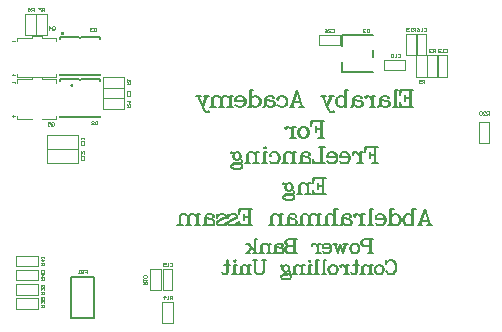
<source format=gbo>
G04*
G04 #@! TF.GenerationSoftware,Altium Limited,Altium Designer,20.0.7 (75)*
G04*
G04 Layer_Color=32896*
%FSLAX44Y44*%
%MOMM*%
G71*
G01*
G75*
%ADD10C,0.1500*%
%ADD11C,0.2000*%
%ADD14C,0.1000*%
%ADD16C,0.0500*%
D10*
X59425Y348700D02*
G03*
X62675Y348700I1625J0D01*
G01*
X59425Y313200D02*
G03*
X62675Y313200I1625J0D01*
G01*
X44000Y316000D02*
Y317000D01*
X78000Y316000D02*
Y317000D01*
Y347000D02*
Y348700D01*
X44000Y347000D02*
Y348700D01*
X62675D02*
X78000D01*
X44000D02*
X59425D01*
X44000Y316000D02*
X78000D01*
X44000Y280500D02*
X78000D01*
X44000Y313200D02*
X59425D01*
X62675D02*
X78000D01*
X44000Y311500D02*
Y313200D01*
X78000Y311500D02*
Y313200D01*
Y280500D02*
Y281500D01*
X44000Y280500D02*
Y281500D01*
X306989Y177493D02*
Y165496D01*
X306418Y177493D02*
Y165496D01*
X308703Y177493D02*
X301847D01*
X300133Y176922D01*
X299562Y176351D01*
X298991Y175208D01*
Y173494D01*
X299562Y172352D01*
X300133Y171780D01*
X301847Y171209D01*
X306418D01*
X301847Y177493D02*
X300704Y176922D01*
X300133Y176351D01*
X299562Y175208D01*
Y173494D01*
X300133Y172352D01*
X300704Y171780D01*
X301847Y171209D01*
X308703Y165496D02*
X304704D01*
X293963Y173494D02*
X295677Y172923D01*
X296820Y171780D01*
X297391Y170066D01*
Y168924D01*
X296820Y167210D01*
X295677Y166067D01*
X293963Y165496D01*
X292820D01*
X291107Y166067D01*
X289964Y167210D01*
X289393Y168924D01*
Y170066D01*
X289964Y171780D01*
X291107Y172923D01*
X292820Y173494D01*
X293963D01*
X295106Y172923D01*
X296248Y171780D01*
X296820Y170066D01*
Y168924D01*
X296248Y167210D01*
X295106Y166067D01*
X293963Y165496D01*
X292820D02*
X291678Y166067D01*
X290535Y167210D01*
X289964Y168924D01*
Y170066D01*
X290535Y171780D01*
X291678Y172923D01*
X292820Y173494D01*
X285908D02*
X283622Y165496D01*
X285336Y173494D02*
X283622Y167210D01*
X281337Y173494D02*
X283622Y165496D01*
X281337Y173494D02*
X279052Y165496D01*
X280766Y173494D02*
X279052Y167210D01*
X276767Y173494D02*
X279052Y165496D01*
X287622Y173494D02*
X283622D01*
X278481D02*
X275053D01*
X273167Y170066D02*
X266312D01*
Y171209D01*
X266883Y172352D01*
X267454Y172923D01*
X268597Y173494D01*
X270311D01*
X272025Y172923D01*
X273167Y171780D01*
X273739Y170066D01*
Y168924D01*
X273167Y167210D01*
X272025Y166067D01*
X270311Y165496D01*
X269168D01*
X267454Y166067D01*
X266312Y167210D01*
X266883Y170066D02*
Y171780D01*
X267454Y172923D01*
X270311Y173494D02*
X271454Y172923D01*
X272596Y171780D01*
X273167Y170066D01*
Y168924D01*
X272596Y167210D01*
X271454Y166067D01*
X270311Y165496D01*
X262770Y173494D02*
Y165496D01*
X262199Y173494D02*
Y165496D01*
Y170066D02*
X261627Y171780D01*
X260485Y172923D01*
X259342Y173494D01*
X257628D01*
X257057Y172923D01*
Y172352D01*
X257628Y171780D01*
X258199Y172352D01*
X257628Y172923D01*
X264484Y173494D02*
X262199D01*
X264484Y165496D02*
X260485D01*
X242717Y177493D02*
Y165496D01*
X242146Y177493D02*
Y165496D01*
X244431Y177493D02*
X237575D01*
X235861Y176922D01*
X235290Y176351D01*
X234719Y175208D01*
Y174066D01*
X235290Y172923D01*
X235861Y172352D01*
X237575Y171780D01*
Y177493D02*
X236432Y176922D01*
X235861Y176351D01*
X235290Y175208D01*
Y174066D01*
X235861Y172923D01*
X236432Y172352D01*
X237575Y171780D01*
X242146D02*
X237575D01*
X235861Y171209D01*
X235290Y170638D01*
X234719Y169495D01*
Y167781D01*
X235290Y166639D01*
X235861Y166067D01*
X237575Y165496D01*
X244431D01*
X237575Y171780D02*
X236432Y171209D01*
X235861Y170638D01*
X235290Y169495D01*
Y167781D01*
X235861Y166639D01*
X236432Y166067D01*
X237575Y165496D01*
X231976Y172352D02*
Y171780D01*
X232548D01*
Y172352D01*
X231976Y172923D01*
X230834Y173494D01*
X228549D01*
X227406Y172923D01*
X226835Y172352D01*
X226263Y171209D01*
Y167210D01*
X225692Y166067D01*
X225121Y165496D01*
X226835Y172352D02*
Y167210D01*
X226263Y166067D01*
X225121Y165496D01*
X224549D01*
X226835Y171209D02*
X227406Y170638D01*
X230834Y170066D01*
X232548Y169495D01*
X233119Y168353D01*
Y167210D01*
X232548Y166067D01*
X230834Y165496D01*
X229120D01*
X227977Y166067D01*
X226835Y167210D01*
X230834Y170066D02*
X231976Y169495D01*
X232548Y168353D01*
Y167210D01*
X231976Y166067D01*
X230834Y165496D01*
X221122Y173494D02*
Y165496D01*
X220550Y173494D02*
Y165496D01*
Y171780D02*
X219408Y172923D01*
X217694Y173494D01*
X216551D01*
X214837Y172923D01*
X214266Y171780D01*
Y165496D01*
X216551Y173494D02*
X215408Y172923D01*
X214837Y171780D01*
Y165496D01*
X222835Y173494D02*
X220550D01*
X222835Y165496D02*
X218836D01*
X216551D02*
X212552D01*
X209296Y177493D02*
Y165496D01*
X208724Y177493D02*
Y165496D01*
X203011Y173494D02*
X208724Y167781D01*
X205868Y170066D02*
X202440Y165496D01*
X206439Y170066D02*
X203011Y165496D01*
X211009Y177493D02*
X208724D01*
X204725Y173494D02*
X201297D01*
X211009Y165496D02*
X207010D01*
X204725D02*
X201297D01*
X320586Y157783D02*
X320015Y156069D01*
Y159497D01*
X320586Y157783D01*
X321729Y158925D01*
X323442Y159497D01*
X324585D01*
X326299Y158925D01*
X327442Y157783D01*
X328013Y156640D01*
X328584Y154926D01*
Y152070D01*
X328013Y150356D01*
X327442Y149213D01*
X326299Y148070D01*
X324585Y147499D01*
X323442D01*
X321729Y148070D01*
X320586Y149213D01*
X320015Y150356D01*
X324585Y159497D02*
X325728Y158925D01*
X326870Y157783D01*
X327442Y156640D01*
X328013Y154926D01*
Y152070D01*
X327442Y150356D01*
X326870Y149213D01*
X325728Y148070D01*
X324585Y147499D01*
X314873Y155497D02*
X316587Y154926D01*
X317729Y153784D01*
X318301Y152070D01*
Y150927D01*
X317729Y149213D01*
X316587Y148070D01*
X314873Y147499D01*
X313730D01*
X312016Y148070D01*
X310874Y149213D01*
X310303Y150927D01*
Y152070D01*
X310874Y153784D01*
X312016Y154926D01*
X313730Y155497D01*
X314873D01*
X316015Y154926D01*
X317158Y153784D01*
X317729Y152070D01*
Y150927D01*
X317158Y149213D01*
X316015Y148070D01*
X314873Y147499D01*
X313730D02*
X312588Y148070D01*
X311445Y149213D01*
X310874Y150927D01*
Y152070D01*
X311445Y153784D01*
X312588Y154926D01*
X313730Y155497D01*
X306817D02*
Y147499D01*
X306246Y155497D02*
Y147499D01*
Y153784D02*
X305104Y154926D01*
X303390Y155497D01*
X302247D01*
X300533Y154926D01*
X299962Y153784D01*
Y147499D01*
X302247Y155497D02*
X301104Y154926D01*
X300533Y153784D01*
Y147499D01*
X308531Y155497D02*
X306246D01*
X308531Y147499D02*
X304532D01*
X302247D02*
X298248D01*
X293277D02*
X293849Y148070D01*
X294420Y149784D01*
Y159497D01*
X294991D01*
Y149784D01*
X294420Y148070D01*
X293277Y147499D01*
X292135D01*
X290992Y148070D01*
X290421Y149213D01*
X296705Y155497D02*
X292135D01*
X286765D02*
Y147499D01*
X286193Y155497D02*
Y147499D01*
Y152070D02*
X285622Y153784D01*
X284479Y154926D01*
X283337Y155497D01*
X281623D01*
X281052Y154926D01*
Y154355D01*
X281623Y153784D01*
X282194Y154355D01*
X281623Y154926D01*
X288479Y155497D02*
X286193D01*
X288479Y147499D02*
X284479D01*
X275796Y155497D02*
X277509Y154926D01*
X278652Y153784D01*
X279223Y152070D01*
Y150927D01*
X278652Y149213D01*
X277509Y148070D01*
X275796Y147499D01*
X274653D01*
X272939Y148070D01*
X271796Y149213D01*
X271225Y150927D01*
Y152070D01*
X271796Y153784D01*
X272939Y154926D01*
X274653Y155497D01*
X275796D01*
X276938Y154926D01*
X278081Y153784D01*
X278652Y152070D01*
Y150927D01*
X278081Y149213D01*
X276938Y148070D01*
X275796Y147499D01*
X274653D02*
X273510Y148070D01*
X272368Y149213D01*
X271796Y150927D01*
Y152070D01*
X272368Y153784D01*
X273510Y154926D01*
X274653Y155497D01*
X267740Y159497D02*
Y147499D01*
X267169Y159497D02*
Y147499D01*
X269454Y159497D02*
X267169D01*
X269454Y147499D02*
X265455D01*
X261570Y159497D02*
Y147499D01*
X260999Y159497D02*
Y147499D01*
X263284Y159497D02*
X260999D01*
X263284Y147499D02*
X259285D01*
X255400Y159497D02*
X255971Y158925D01*
X255400Y158354D01*
X254829Y158925D01*
X255400Y159497D01*
Y155497D02*
Y147499D01*
X254829Y155497D02*
Y147499D01*
X257114Y155497D02*
X254829D01*
X257114Y147499D02*
X253115D01*
X249230Y155497D02*
Y147499D01*
X248659Y155497D02*
Y147499D01*
Y153784D02*
X247516Y154926D01*
X245802Y155497D01*
X244659D01*
X242945Y154926D01*
X242374Y153784D01*
Y147499D01*
X244659Y155497D02*
X243517Y154926D01*
X242945Y153784D01*
Y147499D01*
X250944Y155497D02*
X248659D01*
X250944Y147499D02*
X246945D01*
X244659D02*
X240660D01*
X235690Y155497D02*
X236832Y154926D01*
X237404Y154355D01*
X237975Y153212D01*
Y152070D01*
X237404Y150927D01*
X236832Y150356D01*
X235690Y149784D01*
X234547D01*
X233405Y150356D01*
X232833Y150927D01*
X232262Y152070D01*
Y153212D01*
X232833Y154355D01*
X233405Y154926D01*
X234547Y155497D01*
X235690D01*
X236832Y154926D02*
X237404Y153784D01*
Y151498D01*
X236832Y150356D01*
X233405D02*
X232833Y151498D01*
Y153784D01*
X233405Y154926D01*
X232833Y154355D02*
X232262Y154926D01*
X231119Y155497D01*
Y154926D01*
X232262D01*
X237404Y150927D02*
X237975Y150356D01*
X238546Y149213D01*
Y148642D01*
X237975Y147499D01*
X236261Y146928D01*
X233405D01*
X231691Y146356D01*
X231119Y145785D01*
X238546Y148642D02*
X237975Y148070D01*
X236261Y147499D01*
X233405D01*
X231691Y146928D01*
X231119Y145785D01*
Y145214D01*
X231691Y144071D01*
X233405Y143500D01*
X236832D01*
X238546Y144071D01*
X239118Y145214D01*
Y145785D01*
X238546Y146928D01*
X236832Y147499D01*
X216837Y159497D02*
Y150927D01*
X216265Y149213D01*
X215123Y148070D01*
X213409Y147499D01*
X212266D01*
X210552Y148070D01*
X209410Y149213D01*
X208838Y150927D01*
Y159497D01*
X216265D02*
Y150927D01*
X215694Y149213D01*
X214552Y148070D01*
X213409Y147499D01*
X218551Y159497D02*
X214552D01*
X210552D02*
X207125D01*
X203982Y155497D02*
Y147499D01*
X203411Y155497D02*
Y147499D01*
Y153784D02*
X202268Y154926D01*
X200555Y155497D01*
X199412D01*
X197698Y154926D01*
X197127Y153784D01*
Y147499D01*
X199412Y155497D02*
X198269Y154926D01*
X197698Y153784D01*
Y147499D01*
X205696Y155497D02*
X203411D01*
X205696Y147499D02*
X201697D01*
X199412D02*
X195413D01*
X192156Y159497D02*
X192728Y158925D01*
X192156Y158354D01*
X191585Y158925D01*
X192156Y159497D01*
Y155497D02*
Y147499D01*
X191585Y155497D02*
Y147499D01*
X193870Y155497D02*
X191585D01*
X193870Y147499D02*
X189871D01*
X184272D02*
X184844Y148070D01*
X185415Y149784D01*
Y159497D01*
X185986D01*
Y149784D01*
X185415Y148070D01*
X184272Y147499D01*
X183130D01*
X181987Y148070D01*
X181416Y149213D01*
X187700Y155497D02*
X183130D01*
D11*
X63000Y145500D02*
X73000D01*
Y110500D02*
Y145500D01*
X53000Y110500D02*
X73000D01*
X53000D02*
Y145500D01*
X63000D01*
X308600Y331400D02*
Y337500D01*
X282500Y350100D02*
X309000D01*
X282500Y319000D02*
X309100D01*
X282500D02*
Y327600D01*
Y341300D02*
Y350100D01*
X340714Y303380D02*
Y289383D01*
X340048Y303380D02*
Y289383D01*
X336049Y299380D02*
Y294048D01*
X342714Y303380D02*
X332049D01*
Y299380D01*
X332716Y303380D01*
X340048Y296714D02*
X336049D01*
X342714Y289383D02*
X332049D01*
Y293382D01*
X332716Y289383D01*
X328117Y303380D02*
Y289383D01*
X327450Y303380D02*
Y289383D01*
X330116Y303380D02*
X327450D01*
X330116Y289383D02*
X325451D01*
X321585Y297381D02*
Y296714D01*
X322251D01*
Y297381D01*
X321585Y298047D01*
X320252Y298714D01*
X317586D01*
X316253Y298047D01*
X315586Y297381D01*
X314920Y296048D01*
Y291382D01*
X314253Y290049D01*
X313587Y289383D01*
X315586Y297381D02*
Y291382D01*
X314920Y290049D01*
X313587Y289383D01*
X312920D01*
X315586Y296048D02*
X316253Y295381D01*
X320252Y294715D01*
X322251Y294048D01*
X322918Y292715D01*
Y291382D01*
X322251Y290049D01*
X320252Y289383D01*
X318252D01*
X316919Y290049D01*
X315586Y291382D01*
X320252Y294715D02*
X321585Y294048D01*
X322251Y292715D01*
Y291382D01*
X321585Y290049D01*
X320252Y289383D01*
X308921Y298714D02*
Y289383D01*
X308254Y298714D02*
Y289383D01*
Y294715D02*
X307588Y296714D01*
X306255Y298047D01*
X304922Y298714D01*
X302922D01*
X302256Y298047D01*
Y297381D01*
X302922Y296714D01*
X303589Y297381D01*
X302922Y298047D01*
X310921Y298714D02*
X308254D01*
X310921Y289383D02*
X306255D01*
X298790Y297381D02*
Y296714D01*
X299456D01*
Y297381D01*
X298790Y298047D01*
X297457Y298714D01*
X294791D01*
X293458Y298047D01*
X292791Y297381D01*
X292125Y296048D01*
Y291382D01*
X291458Y290049D01*
X290791Y289383D01*
X292791Y297381D02*
Y291382D01*
X292125Y290049D01*
X290791Y289383D01*
X290125D01*
X292791Y296048D02*
X293458Y295381D01*
X297457Y294715D01*
X299456Y294048D01*
X300123Y292715D01*
Y291382D01*
X299456Y290049D01*
X297457Y289383D01*
X295457D01*
X294124Y290049D01*
X292791Y291382D01*
X297457Y294715D02*
X298790Y294048D01*
X299456Y292715D01*
Y291382D01*
X298790Y290049D01*
X297457Y289383D01*
X286126Y303380D02*
Y289383D01*
X285459Y303380D02*
Y289383D01*
Y296714D02*
X284126Y298047D01*
X282793Y298714D01*
X281460D01*
X279461Y298047D01*
X278127Y296714D01*
X277461Y294715D01*
Y293382D01*
X278127Y291382D01*
X279461Y290049D01*
X281460Y289383D01*
X282793D01*
X284126Y290049D01*
X285459Y291382D01*
X281460Y298714D02*
X280127Y298047D01*
X278794Y296714D01*
X278127Y294715D01*
Y293382D01*
X278794Y291382D01*
X280127Y290049D01*
X281460Y289383D01*
X288125Y303380D02*
X285459D01*
X274195Y298714D02*
X270196Y289383D01*
X273528Y298714D02*
X270196Y290716D01*
X266197Y298714D02*
X270196Y289383D01*
X271529Y286716D01*
X272862Y285383D01*
X274195Y284717D01*
X274862D01*
X275528Y285383D01*
X274862Y286050D01*
X274195Y285383D01*
X275528Y298714D02*
X271529D01*
X268863D02*
X264864D01*
X244335Y303380D02*
X249000Y289383D01*
X244335Y303380D02*
X239669Y289383D01*
X244335Y301380D02*
X240336Y289383D01*
X247667Y293382D02*
X241669D01*
X250333Y289383D02*
X246334D01*
X242335D02*
X238336D01*
X228538Y296714D02*
X229205Y296048D01*
X228538Y295381D01*
X227872Y296048D01*
Y296714D01*
X229205Y298047D01*
X230538Y298714D01*
X232537D01*
X234537Y298047D01*
X235870Y296714D01*
X236536Y294715D01*
Y293382D01*
X235870Y291382D01*
X234537Y290049D01*
X232537Y289383D01*
X231204D01*
X229205Y290049D01*
X227872Y291382D01*
X232537Y298714D02*
X233870Y298047D01*
X235203Y296714D01*
X235870Y294715D01*
Y293382D01*
X235203Y291382D01*
X233870Y290049D01*
X232537Y289383D01*
X224406Y297381D02*
Y296714D01*
X225072D01*
Y297381D01*
X224406Y298047D01*
X223073Y298714D01*
X220406D01*
X219074Y298047D01*
X218407Y297381D01*
X217740Y296048D01*
Y291382D01*
X217074Y290049D01*
X216407Y289383D01*
X218407Y297381D02*
Y291382D01*
X217740Y290049D01*
X216407Y289383D01*
X215741D01*
X218407Y296048D02*
X219074Y295381D01*
X223073Y294715D01*
X225072Y294048D01*
X225739Y292715D01*
Y291382D01*
X225072Y290049D01*
X223073Y289383D01*
X221073D01*
X219740Y290049D01*
X218407Y291382D01*
X223073Y294715D02*
X224406Y294048D01*
X225072Y292715D01*
Y291382D01*
X224406Y290049D01*
X223073Y289383D01*
X205743Y303380D02*
Y289383D01*
X205077Y303380D02*
Y289383D01*
X205743Y296714D02*
X207076Y298047D01*
X208409Y298714D01*
X209742D01*
X211742Y298047D01*
X213075Y296714D01*
X213741Y294715D01*
Y293382D01*
X213075Y291382D01*
X211742Y290049D01*
X209742Y289383D01*
X208409D01*
X207076Y290049D01*
X205743Y291382D01*
X209742Y298714D02*
X211075Y298047D01*
X212408Y296714D01*
X213075Y294715D01*
Y293382D01*
X212408Y291382D01*
X211075Y290049D01*
X209742Y289383D01*
X207743Y303380D02*
X205077D01*
X205743Y289383D02*
X203077D01*
X200478Y294715D02*
X192479D01*
Y296048D01*
X193146Y297381D01*
X193812Y298047D01*
X195145Y298714D01*
X197145D01*
X199144Y298047D01*
X200478Y296714D01*
X201144Y294715D01*
Y293382D01*
X200478Y291382D01*
X199144Y290049D01*
X197145Y289383D01*
X195812D01*
X193812Y290049D01*
X192479Y291382D01*
X193146Y294715D02*
Y296714D01*
X193812Y298047D01*
X197145Y298714D02*
X198478Y298047D01*
X199811Y296714D01*
X200478Y294715D01*
Y293382D01*
X199811Y291382D01*
X198478Y290049D01*
X197145Y289383D01*
X188347Y298714D02*
Y289383D01*
X187680Y298714D02*
Y289383D01*
Y296714D02*
X186347Y298047D01*
X184348Y298714D01*
X183015D01*
X181015Y298047D01*
X180348Y296714D01*
Y289383D01*
X183015Y298714D02*
X181681Y298047D01*
X181015Y296714D01*
Y289383D01*
X180348Y296714D02*
X179015Y298047D01*
X177016Y298714D01*
X175683D01*
X173683Y298047D01*
X173017Y296714D01*
Y289383D01*
X175683Y298714D02*
X174350Y298047D01*
X173683Y296714D01*
Y289383D01*
X190346Y298714D02*
X187680D01*
X190346Y289383D02*
X185681D01*
X183015D02*
X178349D01*
X175683D02*
X171017D01*
X168618Y298714D02*
X164618Y289383D01*
X167951Y298714D02*
X164618Y290716D01*
X160619Y298714D02*
X164618Y289383D01*
X165951Y286716D01*
X167285Y285383D01*
X168618Y284717D01*
X169284D01*
X169951Y285383D01*
X169284Y286050D01*
X168618Y285383D01*
X169951Y298714D02*
X165951D01*
X163285D02*
X159286D01*
X265330Y277118D02*
Y263121D01*
X264664Y277118D02*
Y263121D01*
X260665Y273118D02*
Y267786D01*
X267330Y277118D02*
X256665D01*
Y273118D01*
X257332Y277118D01*
X264664Y270452D02*
X260665D01*
X267330Y263121D02*
X262664D01*
X250733Y272452D02*
X252733Y271785D01*
X254066Y270452D01*
X254732Y268453D01*
Y267120D01*
X254066Y265120D01*
X252733Y263787D01*
X250733Y263121D01*
X249400D01*
X247401Y263787D01*
X246068Y265120D01*
X245401Y267120D01*
Y268453D01*
X246068Y270452D01*
X247401Y271785D01*
X249400Y272452D01*
X250733D01*
X252066Y271785D01*
X253400Y270452D01*
X254066Y268453D01*
Y267120D01*
X253400Y265120D01*
X252066Y263787D01*
X250733Y263121D01*
X249400D02*
X248067Y263787D01*
X246734Y265120D01*
X246068Y267120D01*
Y268453D01*
X246734Y270452D01*
X248067Y271785D01*
X249400Y272452D01*
X241335D02*
Y263121D01*
X240669Y272452D02*
Y263121D01*
Y268453D02*
X240002Y270452D01*
X238669Y271785D01*
X237336Y272452D01*
X235337D01*
X234670Y271785D01*
Y271119D01*
X235337Y270452D01*
X236003Y271119D01*
X235337Y271785D01*
X243335Y272452D02*
X240669D01*
X243335Y263121D02*
X238669D01*
X310954Y255521D02*
Y241524D01*
X310287Y255521D02*
Y241524D01*
X306288Y251522D02*
Y246190D01*
X312953Y255521D02*
X302289D01*
Y251522D01*
X302956Y255521D01*
X310287Y248856D02*
X306288D01*
X312953Y241524D02*
X308288D01*
X298357Y250856D02*
Y241524D01*
X297690Y250856D02*
Y241524D01*
Y246856D02*
X297024Y248856D01*
X295690Y250189D01*
X294357Y250856D01*
X292358D01*
X291691Y250189D01*
Y249522D01*
X292358Y248856D01*
X293024Y249522D01*
X292358Y250189D01*
X300356Y250856D02*
X297690D01*
X300356Y241524D02*
X295690D01*
X288892Y246856D02*
X280894D01*
Y248189D01*
X281560Y249522D01*
X282227Y250189D01*
X283560Y250856D01*
X285559D01*
X287559Y250189D01*
X288892Y248856D01*
X289558Y246856D01*
Y245523D01*
X288892Y243524D01*
X287559Y242191D01*
X285559Y241524D01*
X284226D01*
X282227Y242191D01*
X280894Y243524D01*
X281560Y246856D02*
Y248856D01*
X282227Y250189D01*
X285559Y250856D02*
X286892Y250189D01*
X288225Y248856D01*
X288892Y246856D01*
Y245523D01*
X288225Y243524D01*
X286892Y242191D01*
X285559Y241524D01*
X278094Y246856D02*
X270096D01*
Y248189D01*
X270763Y249522D01*
X271429Y250189D01*
X272762Y250856D01*
X274762D01*
X276761Y250189D01*
X278094Y248856D01*
X278761Y246856D01*
Y245523D01*
X278094Y243524D01*
X276761Y242191D01*
X274762Y241524D01*
X273428D01*
X271429Y242191D01*
X270096Y243524D01*
X270763Y246856D02*
Y248856D01*
X271429Y250189D01*
X274762Y250856D02*
X276095Y250189D01*
X277428Y248856D01*
X278094Y246856D01*
Y245523D01*
X277428Y243524D01*
X276095Y242191D01*
X274762Y241524D01*
X265963Y255521D02*
Y241524D01*
X265297Y255521D02*
Y241524D01*
X267963Y255521D02*
X263297D01*
X267963Y241524D02*
X257965D01*
Y245523D01*
X258632Y241524D01*
X254633Y249522D02*
Y248856D01*
X255299D01*
Y249522D01*
X254633Y250189D01*
X253300Y250856D01*
X250633D01*
X249300Y250189D01*
X248634Y249522D01*
X247967Y248189D01*
Y243524D01*
X247301Y242191D01*
X246634Y241524D01*
X248634Y249522D02*
Y243524D01*
X247967Y242191D01*
X246634Y241524D01*
X245968D01*
X248634Y248189D02*
X249300Y247523D01*
X253300Y246856D01*
X255299Y246190D01*
X255966Y244857D01*
Y243524D01*
X255299Y242191D01*
X253300Y241524D01*
X251300D01*
X249967Y242191D01*
X248634Y243524D01*
X253300Y246856D02*
X254633Y246190D01*
X255299Y244857D01*
Y243524D01*
X254633Y242191D01*
X253300Y241524D01*
X241969Y250856D02*
Y241524D01*
X241302Y250856D02*
Y241524D01*
Y248856D02*
X239969Y250189D01*
X237969Y250856D01*
X236636D01*
X234637Y250189D01*
X233970Y248856D01*
Y241524D01*
X236636Y250856D02*
X235303Y250189D01*
X234637Y248856D01*
Y241524D01*
X243968Y250856D02*
X241302D01*
X243968Y241524D02*
X239303D01*
X236636D02*
X231971D01*
X222173Y248856D02*
X222839Y248189D01*
X222173Y247523D01*
X221506Y248189D01*
Y248856D01*
X222839Y250189D01*
X224172Y250856D01*
X226172D01*
X228172Y250189D01*
X229505Y248856D01*
X230171Y246856D01*
Y245523D01*
X229505Y243524D01*
X228172Y242191D01*
X226172Y241524D01*
X224839D01*
X222839Y242191D01*
X221506Y243524D01*
X226172Y250856D02*
X227505Y250189D01*
X228838Y248856D01*
X229505Y246856D01*
Y245523D01*
X228838Y243524D01*
X227505Y242191D01*
X226172Y241524D01*
X217374Y255521D02*
X218040Y254855D01*
X217374Y254188D01*
X216707Y254855D01*
X217374Y255521D01*
Y250856D02*
Y241524D01*
X216707Y250856D02*
Y241524D01*
X219373Y250856D02*
X216707D01*
X219373Y241524D02*
X214708D01*
X210175Y250856D02*
Y241524D01*
X209509Y250856D02*
Y241524D01*
Y248856D02*
X208176Y250189D01*
X206176Y250856D01*
X204843D01*
X202844Y250189D01*
X202177Y248856D01*
Y241524D01*
X204843Y250856D02*
X203510Y250189D01*
X202844Y248856D01*
Y241524D01*
X212175Y250856D02*
X209509D01*
X212175Y241524D02*
X207509D01*
X204843D02*
X200177D01*
X194379Y250856D02*
X195712Y250189D01*
X196378Y249522D01*
X197045Y248189D01*
Y246856D01*
X196378Y245523D01*
X195712Y244857D01*
X194379Y244190D01*
X193046D01*
X191713Y244857D01*
X191046Y245523D01*
X190380Y246856D01*
Y248189D01*
X191046Y249522D01*
X191713Y250189D01*
X193046Y250856D01*
X194379D01*
X195712Y250189D02*
X196378Y248856D01*
Y246190D01*
X195712Y244857D01*
X191713D02*
X191046Y246190D01*
Y248856D01*
X191713Y250189D01*
X191046Y249522D02*
X190380Y250189D01*
X189047Y250856D01*
Y250189D01*
X190380D01*
X196378Y245523D02*
X197045Y244857D01*
X197711Y243524D01*
Y242857D01*
X197045Y241524D01*
X195045Y240858D01*
X191713D01*
X189713Y240191D01*
X189047Y239525D01*
X197711Y242857D02*
X197045Y242191D01*
X195045Y241524D01*
X191713D01*
X189713Y240858D01*
X189047Y239525D01*
Y238858D01*
X189713Y237525D01*
X191713Y236859D01*
X195712D01*
X197711Y237525D01*
X198378Y238858D01*
Y239525D01*
X197711Y240858D01*
X195712Y241524D01*
X266863Y229259D02*
Y215262D01*
X266197Y229259D02*
Y215262D01*
X262198Y225260D02*
Y219928D01*
X268863Y229259D02*
X258199D01*
Y225260D01*
X258865Y229259D01*
X266197Y222594D02*
X262198D01*
X268863Y215262D02*
X258199D01*
Y219261D01*
X258865Y215262D01*
X254266Y224593D02*
Y215262D01*
X253599Y224593D02*
Y215262D01*
Y222594D02*
X252266Y223927D01*
X250267Y224593D01*
X248934D01*
X246934Y223927D01*
X246268Y222594D01*
Y215262D01*
X248934Y224593D02*
X247601Y223927D01*
X246934Y222594D01*
Y215262D01*
X256266Y224593D02*
X253599D01*
X256266Y215262D02*
X251600D01*
X248934D02*
X244268D01*
X238469Y224593D02*
X239802Y223927D01*
X240469Y223260D01*
X241135Y221927D01*
Y220594D01*
X240469Y219261D01*
X239802Y218595D01*
X238469Y217928D01*
X237136D01*
X235803Y218595D01*
X235137Y219261D01*
X234470Y220594D01*
Y221927D01*
X235137Y223260D01*
X235803Y223927D01*
X237136Y224593D01*
X238469D01*
X239802Y223927D02*
X240469Y222594D01*
Y219928D01*
X239802Y218595D01*
X235803D02*
X235137Y219928D01*
Y222594D01*
X235803Y223927D01*
X235137Y223260D02*
X234470Y223927D01*
X233137Y224593D01*
Y223927D01*
X234470D01*
X240469Y219261D02*
X241135Y218595D01*
X241802Y217262D01*
Y216595D01*
X241135Y215262D01*
X239136Y214596D01*
X235803D01*
X233804Y213929D01*
X233137Y213263D01*
X241802Y216595D02*
X241135Y215929D01*
X239136Y215262D01*
X235803D01*
X233804Y214596D01*
X233137Y213263D01*
Y212596D01*
X233804Y211263D01*
X235803Y210596D01*
X239802D01*
X241802Y211263D01*
X242468Y212596D01*
Y213263D01*
X241802Y214596D01*
X239802Y215262D01*
X352745Y202997D02*
X357411Y189000D01*
X352745Y202997D02*
X348079Y189000D01*
X352745Y200997D02*
X348746Y189000D01*
X356077Y192999D02*
X350079D01*
X358744Y189000D02*
X354744D01*
X350745D02*
X346746D01*
X342947Y202997D02*
Y189000D01*
X342281Y202997D02*
Y189000D01*
Y196332D02*
X340947Y197665D01*
X339614Y198331D01*
X338281D01*
X336282Y197665D01*
X334949Y196332D01*
X334282Y194332D01*
Y192999D01*
X334949Y191000D01*
X336282Y189667D01*
X338281Y189000D01*
X339614D01*
X340947Y189667D01*
X342281Y191000D01*
X338281Y198331D02*
X336948Y197665D01*
X335615Y196332D01*
X334949Y194332D01*
Y192999D01*
X335615Y191000D01*
X336948Y189667D01*
X338281Y189000D01*
X344947Y202997D02*
X342281D01*
X324351D02*
Y189000D01*
X323685Y202997D02*
Y189000D01*
X324351Y196332D02*
X325684Y197665D01*
X327017Y198331D01*
X328350D01*
X330350Y197665D01*
X331683Y196332D01*
X332349Y194332D01*
Y192999D01*
X331683Y191000D01*
X330350Y189667D01*
X328350Y189000D01*
X327017D01*
X325684Y189667D01*
X324351Y191000D01*
X328350Y198331D02*
X329683Y197665D01*
X331016Y196332D01*
X331683Y194332D01*
Y192999D01*
X331016Y191000D01*
X329683Y189667D01*
X328350Y189000D01*
X326351Y202997D02*
X323685D01*
X324351Y189000D02*
X321685D01*
X319085Y194332D02*
X311087D01*
Y195665D01*
X311754Y196998D01*
X312420Y197665D01*
X313753Y198331D01*
X315753D01*
X317752Y197665D01*
X319085Y196332D01*
X319752Y194332D01*
Y192999D01*
X319085Y191000D01*
X317752Y189667D01*
X315753Y189000D01*
X314420D01*
X312420Y189667D01*
X311087Y191000D01*
X311754Y194332D02*
Y196332D01*
X312420Y197665D01*
X315753Y198331D02*
X317086Y197665D01*
X318419Y196332D01*
X319085Y194332D01*
Y192999D01*
X318419Y191000D01*
X317086Y189667D01*
X315753Y189000D01*
X306955Y202997D02*
Y189000D01*
X306288Y202997D02*
Y189000D01*
X308954Y202997D02*
X306288D01*
X308954Y189000D02*
X304289D01*
X299756Y198331D02*
Y189000D01*
X299090Y198331D02*
Y189000D01*
Y194332D02*
X298423Y196332D01*
X297090Y197665D01*
X295757Y198331D01*
X293757D01*
X293091Y197665D01*
Y196998D01*
X293757Y196332D01*
X294424Y196998D01*
X293757Y197665D01*
X301756Y198331D02*
X299090D01*
X301756Y189000D02*
X297090D01*
X289625Y196998D02*
Y196332D01*
X290292D01*
Y196998D01*
X289625Y197665D01*
X288292Y198331D01*
X285626D01*
X284293Y197665D01*
X283626Y196998D01*
X282960Y195665D01*
Y191000D01*
X282293Y189667D01*
X281627Y189000D01*
X283626Y196998D02*
Y191000D01*
X282960Y189667D01*
X281627Y189000D01*
X280960D01*
X283626Y195665D02*
X284293Y194999D01*
X288292Y194332D01*
X290292Y193666D01*
X290958Y192333D01*
Y191000D01*
X290292Y189667D01*
X288292Y189000D01*
X286292D01*
X284959Y189667D01*
X283626Y191000D01*
X288292Y194332D02*
X289625Y193666D01*
X290292Y192333D01*
Y191000D01*
X289625Y189667D01*
X288292Y189000D01*
X276961Y202997D02*
Y189000D01*
X276295Y202997D02*
Y189000D01*
Y196332D02*
X274961Y197665D01*
X272962Y198331D01*
X271629D01*
X269629Y197665D01*
X268963Y196332D01*
Y189000D01*
X271629Y198331D02*
X270296Y197665D01*
X269629Y196332D01*
Y189000D01*
X278961Y202997D02*
X276295D01*
X278961Y189000D02*
X274295D01*
X271629D02*
X266963D01*
X263164Y198331D02*
Y189000D01*
X262498Y198331D02*
Y189000D01*
Y196332D02*
X261164Y197665D01*
X259165Y198331D01*
X257832D01*
X255832Y197665D01*
X255166Y196332D01*
Y189000D01*
X257832Y198331D02*
X256499Y197665D01*
X255832Y196332D01*
Y189000D01*
X255166Y196332D02*
X253833Y197665D01*
X251833Y198331D01*
X250500D01*
X248500Y197665D01*
X247834Y196332D01*
Y189000D01*
X250500Y198331D02*
X249167Y197665D01*
X248500Y196332D01*
Y189000D01*
X265164Y198331D02*
X262498D01*
X265164Y189000D02*
X260498D01*
X257832D02*
X253166D01*
X250500D02*
X245834D01*
X243435Y196998D02*
Y196332D01*
X244102D01*
Y196998D01*
X243435Y197665D01*
X242102Y198331D01*
X239436D01*
X238103Y197665D01*
X237436Y196998D01*
X236770Y195665D01*
Y191000D01*
X236103Y189667D01*
X235437Y189000D01*
X237436Y196998D02*
Y191000D01*
X236770Y189667D01*
X235437Y189000D01*
X234770D01*
X237436Y195665D02*
X238103Y194999D01*
X242102Y194332D01*
X244102Y193666D01*
X244768Y192333D01*
Y191000D01*
X244102Y189667D01*
X242102Y189000D01*
X240102D01*
X238769Y189667D01*
X237436Y191000D01*
X242102Y194332D02*
X243435Y193666D01*
X244102Y192333D01*
Y191000D01*
X243435Y189667D01*
X242102Y189000D01*
X230771Y198331D02*
Y189000D01*
X230105Y198331D02*
Y189000D01*
Y196332D02*
X228771Y197665D01*
X226772Y198331D01*
X225439D01*
X223439Y197665D01*
X222773Y196332D01*
Y189000D01*
X225439Y198331D02*
X224106Y197665D01*
X223439Y196332D01*
Y189000D01*
X232771Y198331D02*
X230105D01*
X232771Y189000D02*
X228105D01*
X225439D02*
X220773D01*
X204377Y202997D02*
Y189000D01*
X203710Y202997D02*
Y189000D01*
X199711Y198998D02*
Y193666D01*
X206376Y202997D02*
X195712D01*
Y198998D01*
X196378Y202997D01*
X203710Y196332D02*
X199711D01*
X206376Y189000D02*
X195712D01*
Y192999D01*
X196378Y189000D01*
X187114Y196998D02*
X186447Y198331D01*
Y195665D01*
X187114Y196998D01*
X187780Y197665D01*
X189113Y198331D01*
X191779D01*
X193112Y197665D01*
X193779Y196998D01*
Y195665D01*
X193112Y194999D01*
X191779Y194332D01*
X188447Y192999D01*
X187114Y192333D01*
X186447Y191666D01*
X193779Y196332D02*
X193112Y195665D01*
X191779Y194999D01*
X188447Y193666D01*
X187114Y192999D01*
X186447Y192333D01*
Y190333D01*
X187114Y189667D01*
X188447Y189000D01*
X191113D01*
X192446Y189667D01*
X193112Y190333D01*
X193779Y191666D01*
Y189000D01*
X193112Y190333D01*
X177516Y196998D02*
X176849Y198331D01*
Y195665D01*
X177516Y196998D01*
X178182Y197665D01*
X179515Y198331D01*
X182181D01*
X183514Y197665D01*
X184181Y196998D01*
Y195665D01*
X183514Y194999D01*
X182181Y194332D01*
X178849Y192999D01*
X177516Y192333D01*
X176849Y191666D01*
X184181Y196332D02*
X183514Y195665D01*
X182181Y194999D01*
X178849Y193666D01*
X177516Y192999D01*
X176849Y192333D01*
Y190333D01*
X177516Y189667D01*
X178849Y189000D01*
X181515D01*
X182848Y189667D01*
X183514Y190333D01*
X184181Y191666D01*
Y189000D01*
X183514Y190333D01*
X173250Y196998D02*
Y196332D01*
X173916D01*
Y196998D01*
X173250Y197665D01*
X171917Y198331D01*
X169251D01*
X167918Y197665D01*
X167251Y196998D01*
X166585Y195665D01*
Y191000D01*
X165918Y189667D01*
X165252Y189000D01*
X167251Y196998D02*
Y191000D01*
X166585Y189667D01*
X165252Y189000D01*
X164585D01*
X167251Y195665D02*
X167918Y194999D01*
X171917Y194332D01*
X173916Y193666D01*
X174583Y192333D01*
Y191000D01*
X173916Y189667D01*
X171917Y189000D01*
X169917D01*
X168584Y189667D01*
X167251Y191000D01*
X171917Y194332D02*
X173250Y193666D01*
X173916Y192333D01*
Y191000D01*
X173250Y189667D01*
X171917Y189000D01*
X160586Y198331D02*
Y189000D01*
X159920Y198331D02*
Y189000D01*
Y196332D02*
X158586Y197665D01*
X156587Y198331D01*
X155254D01*
X153254Y197665D01*
X152588Y196332D01*
Y189000D01*
X155254Y198331D02*
X153921Y197665D01*
X153254Y196332D01*
Y189000D01*
X152588Y196332D02*
X151255Y197665D01*
X149255Y198331D01*
X147922D01*
X145922Y197665D01*
X145256Y196332D01*
Y189000D01*
X147922Y198331D02*
X146589Y197665D01*
X145922Y196332D01*
Y189000D01*
X162586Y198331D02*
X159920D01*
X162586Y189000D02*
X157920D01*
X155254D02*
X150588D01*
X147922D02*
X143256D01*
D14*
X20200Y347800D02*
Y349800D01*
X7600Y345000D02*
Y347700D01*
X20100D01*
X20200Y349800D02*
X28500D01*
Y347700D02*
Y349800D01*
Y347700D02*
X40800D01*
Y345000D02*
Y347700D01*
Y314500D02*
Y317000D01*
X28600Y314500D02*
X40800D01*
X7400D02*
X20200D01*
X7400D02*
Y317000D01*
Y279500D02*
Y282000D01*
Y279500D02*
X20200D01*
X28600D02*
X40800D01*
Y282000D01*
Y310000D02*
Y312700D01*
X28500D02*
X40800D01*
X28500D02*
Y314800D01*
X20200D02*
X28500D01*
X7600Y312700D02*
X20100D01*
X7600Y310000D02*
Y312700D01*
X20200Y312800D02*
Y314800D01*
X98000Y305500D02*
Y314500D01*
X80000D02*
X98000D01*
X80000Y305500D02*
Y314500D01*
Y305500D02*
X98000D01*
X354500Y315000D02*
X363500D01*
Y333000D01*
X354500D02*
X363500D01*
X354500Y315000D02*
Y333000D01*
X80000Y296500D02*
X98000D01*
Y287500D02*
Y296500D01*
X80000Y287500D02*
X98000D01*
X80000D02*
Y296500D01*
X345500Y315000D02*
X354500D01*
Y333000D01*
X345500D02*
X354500D01*
X345500Y315000D02*
Y333000D01*
X14500Y350000D02*
Y368000D01*
X23500D01*
Y350000D02*
Y368000D01*
X14500Y350000D02*
X23500D01*
X23500Y350000D02*
X32500D01*
Y368000D01*
X23500D02*
X32500D01*
X23500Y350000D02*
Y368000D01*
X129500Y134000D02*
Y152000D01*
X120500Y134000D02*
X129500D01*
X120500D02*
Y152000D01*
X129500D01*
X336500Y351000D02*
X345500D01*
X336500Y333000D02*
Y351000D01*
Y333000D02*
X345500D01*
Y351000D01*
X398500Y259000D02*
X407500D01*
Y277000D01*
X398500D02*
X407500D01*
X398500Y259000D02*
Y277000D01*
X7000Y118500D02*
Y127500D01*
Y118500D02*
X25000D01*
Y127500D01*
X7000D02*
X25000D01*
X7000Y139500D02*
X25000D01*
Y130500D02*
Y139500D01*
X7000Y130500D02*
X25000D01*
X7000D02*
Y139500D01*
Y142500D02*
Y151500D01*
Y142500D02*
X25000D01*
Y151500D01*
X7000D02*
X25000D01*
X7000Y163500D02*
X25000D01*
Y154500D02*
Y163500D01*
X7000Y154500D02*
X25000D01*
X7000D02*
Y163500D01*
X130500Y106000D02*
Y124000D01*
X139500D01*
Y106000D02*
Y124000D01*
X130500Y106000D02*
X139500D01*
X33000Y254000D02*
X59000D01*
X33000D02*
Y266000D01*
X59000D01*
Y254000D02*
Y266000D01*
X59000Y242000D02*
Y254000D01*
X33000D02*
X59000D01*
X33000Y242000D02*
Y254000D01*
Y242000D02*
X59000D01*
X80000Y297000D02*
X98000D01*
X80000D02*
Y305000D01*
X98000D01*
Y297000D02*
Y305000D01*
X318000Y321000D02*
Y329000D01*
Y321000D02*
X336000D01*
Y329000D01*
X318000D02*
X336000D01*
X364000Y315000D02*
Y333000D01*
X372000D01*
Y315000D02*
Y333000D01*
X364000Y315000D02*
X372000D01*
X346000Y351000D02*
X354000D01*
X346000Y333000D02*
Y351000D01*
Y333000D02*
X354000D01*
Y351000D01*
X131000Y134000D02*
X139000D01*
Y152000D01*
X131000D02*
X139000D01*
X131000Y134000D02*
Y152000D01*
X263000Y342000D02*
X281000D01*
X263000D02*
Y350000D01*
X281000D01*
Y342000D02*
Y350000D01*
D16*
X44834Y352500D02*
X44501Y352167D01*
Y351500D01*
X44834Y351167D01*
X45167D01*
X45500Y351500D01*
X45834Y351167D01*
X46167D01*
X46500Y351500D01*
Y352167D01*
X46167Y352500D01*
X45834D01*
X45500Y352167D01*
X45167Y352500D01*
X44834D01*
X45500Y352167D02*
Y351500D01*
X5500Y316500D02*
X3501D01*
X4501Y317500D01*
Y316167D01*
X5500Y345500D02*
Y344833D01*
Y345167D01*
X3501D01*
X3834Y345500D01*
X5500Y310500D02*
Y309834D01*
Y310167D01*
X3501D01*
X3834Y310500D01*
X5500Y281500D02*
X3501D01*
X4501Y282500D01*
Y281167D01*
X52834Y308500D02*
X52501Y308167D01*
Y307500D01*
X52834Y307167D01*
X53167D01*
X53500Y307500D01*
X53833Y307167D01*
X54167D01*
X54500Y307500D01*
Y308167D01*
X54167Y308500D01*
X53833D01*
X53500Y308167D01*
X53167Y308500D01*
X52834D01*
X53500Y308167D02*
Y307500D01*
X138749Y126501D02*
Y129500D01*
X137249D01*
X136749Y129000D01*
Y128000D01*
X137249Y127500D01*
X138749D01*
X137749D02*
X136749Y126501D01*
X135750D02*
X134750D01*
X135250D01*
Y129500D01*
X135750Y129000D01*
X131751Y126501D02*
Y129500D01*
X133251Y128000D01*
X131251D01*
X27501Y155501D02*
X30499D01*
Y157001D01*
X30000Y157500D01*
X29000D01*
X28500Y157001D01*
Y155501D01*
Y156501D02*
X27501Y157500D01*
Y160000D02*
X30499D01*
X29000Y158500D01*
Y160500D01*
X27501Y161499D02*
Y162499D01*
Y161999D01*
X30499D01*
X30000Y161499D01*
X27501Y143001D02*
X30499D01*
Y144501D01*
X30000Y145001D01*
X29000D01*
X28500Y144501D01*
Y143001D01*
Y144001D02*
X27501Y145001D01*
Y147500D02*
X30499D01*
X29000Y146000D01*
Y148000D01*
X30000Y148999D02*
X30499Y149499D01*
Y150499D01*
X30000Y150999D01*
X28000D01*
X27501Y150499D01*
Y149499D01*
X28000Y148999D01*
X30000D01*
X27501Y131001D02*
X30499D01*
Y132501D01*
X30000Y133001D01*
X29000D01*
X28500Y132501D01*
Y131001D01*
Y132001D02*
X27501Y133001D01*
X30000Y134000D02*
X30499Y134500D01*
Y135500D01*
X30000Y136000D01*
X29500D01*
X29000Y135500D01*
Y135000D01*
Y135500D01*
X28500Y136000D01*
X28000D01*
X27501Y135500D01*
Y134500D01*
X28000Y134000D01*
Y136999D02*
X27501Y137499D01*
Y138499D01*
X28000Y138999D01*
X30000D01*
X30499Y138499D01*
Y137499D01*
X30000Y136999D01*
X29500D01*
X29000Y137499D01*
Y138999D01*
X27501Y120001D02*
X30499D01*
Y121501D01*
X30000Y122001D01*
X29000D01*
X28500Y121501D01*
Y120001D01*
Y121001D02*
X27501Y122001D01*
X30000Y123000D02*
X30499Y123500D01*
Y124500D01*
X30000Y125000D01*
X29500D01*
X29000Y124500D01*
Y124000D01*
Y124500D01*
X28500Y125000D01*
X28000D01*
X27501Y124500D01*
Y123500D01*
X28000Y123000D01*
X30000Y125999D02*
X30499Y126499D01*
Y127499D01*
X30000Y127999D01*
X29500D01*
X29000Y127499D01*
X28500Y127999D01*
X28000D01*
X27501Y127499D01*
Y126499D01*
X28000Y125999D01*
X28500D01*
X29000Y126499D01*
X29500Y125999D01*
X30000D01*
X29000Y126499D02*
Y127499D01*
X406999Y282500D02*
Y285499D01*
X405499D01*
X404999Y285000D01*
Y284000D01*
X405499Y283500D01*
X406999D01*
X405999D02*
X404999Y282500D01*
X402000D02*
X404000D01*
X402000Y284500D01*
Y285000D01*
X402500Y285499D01*
X403500D01*
X404000Y285000D01*
X401001D02*
X400501Y285499D01*
X399501D01*
X399001Y285000D01*
Y283000D01*
X399501Y282500D01*
X400501D01*
X401001Y283000D01*
Y285000D01*
X344749Y353501D02*
Y356499D01*
X343249D01*
X342749Y356000D01*
Y355000D01*
X343249Y354500D01*
X344749D01*
X343749D02*
X342749Y353501D01*
X341750D02*
X340750D01*
X341250D01*
Y356499D01*
X341750Y356000D01*
X339251D02*
X338751Y356499D01*
X337751D01*
X337251Y356000D01*
Y355500D01*
X337751Y355000D01*
X338251D01*
X337751D01*
X337251Y354500D01*
Y354000D01*
X337751Y353501D01*
X338751D01*
X339251Y354000D01*
X114501Y139251D02*
X117500D01*
Y140751D01*
X117000Y141250D01*
X116000D01*
X115500Y140751D01*
Y139251D01*
Y140251D02*
X114501Y141250D01*
Y142250D02*
Y143250D01*
Y142750D01*
X117500D01*
X117000Y142250D01*
Y144749D02*
X117500Y145249D01*
Y146249D01*
X117000Y146749D01*
X115000D01*
X114501Y146249D01*
Y145249D01*
X115000Y144749D01*
X117000D01*
X30499Y370500D02*
Y373499D01*
X29000D01*
X28500Y373000D01*
Y372000D01*
X29000Y371500D01*
X30499D01*
X29499D02*
X28500Y370500D01*
X27500Y373499D02*
X25501D01*
Y373000D01*
X27500Y371000D01*
Y370500D01*
X21499D02*
Y373499D01*
X20000D01*
X19500Y373000D01*
Y372000D01*
X20000Y371500D01*
X21499D01*
X20499D02*
X19500Y370500D01*
X16501Y373499D02*
X17500Y373000D01*
X18500Y372000D01*
Y371000D01*
X18000Y370500D01*
X17001D01*
X16501Y371000D01*
Y371500D01*
X17001Y372000D01*
X18500D01*
X352499Y309501D02*
Y312500D01*
X351000D01*
X350500Y312000D01*
Y311000D01*
X351000Y310500D01*
X352499D01*
X351499D02*
X350500Y309501D01*
X347501Y312500D02*
X349500D01*
Y311000D01*
X348501Y311500D01*
X348001D01*
X347501Y311000D01*
Y310000D01*
X348001Y309501D01*
X349000D01*
X349500Y310000D01*
X100500Y289501D02*
X103499D01*
Y291000D01*
X103000Y291500D01*
X102000D01*
X101500Y291000D01*
Y289501D01*
Y290501D02*
X100500Y291500D01*
Y293999D02*
X103499D01*
X102000Y292500D01*
Y294499D01*
X361499Y335500D02*
Y338499D01*
X360000D01*
X359500Y338000D01*
Y337000D01*
X360000Y336500D01*
X361499D01*
X360499D02*
X359500Y335500D01*
X358500Y338000D02*
X358000Y338499D01*
X357001D01*
X356501Y338000D01*
Y337500D01*
X357001Y337000D01*
X357500D01*
X357001D01*
X356501Y336500D01*
Y336000D01*
X357001Y335500D01*
X358000D01*
X358500Y336000D01*
X100500Y309001D02*
X103499D01*
Y310500D01*
X103000Y311000D01*
X102000D01*
X101500Y310500D01*
Y309001D01*
Y310000D02*
X100500Y311000D01*
Y312000D02*
Y312999D01*
Y312500D01*
X103499D01*
X103000Y312000D01*
X36500Y274000D02*
Y276000D01*
X37000Y276500D01*
X37999D01*
X38499Y276000D01*
Y274000D01*
X37999Y273500D01*
X37000D01*
X37499Y274500D02*
X36500Y273500D01*
X37000D02*
X36500Y274000D01*
X33501Y276500D02*
X35500D01*
Y275000D01*
X34501Y275500D01*
X34001D01*
X33501Y275000D01*
Y274000D01*
X34001Y273500D01*
X35000D01*
X35500Y274000D01*
X37500Y355000D02*
Y357000D01*
X38000Y357500D01*
X38999D01*
X39499Y357000D01*
Y355000D01*
X38999Y354501D01*
X38000D01*
X38500Y355500D02*
X37500Y354501D01*
X38000D02*
X37500Y355000D01*
X35001Y354501D02*
Y357500D01*
X36500Y356000D01*
X34501D01*
X72500Y354000D02*
Y356000D01*
X73000Y356499D01*
X73999D01*
X74499Y356000D01*
Y354000D01*
X73999Y353501D01*
X73000D01*
X73499Y354500D02*
X72500Y353501D01*
X73000D02*
X72500Y354000D01*
X71500Y356000D02*
X71000Y356499D01*
X70001D01*
X69501Y356000D01*
Y355500D01*
X70001Y355000D01*
X70500D01*
X70001D01*
X69501Y354500D01*
Y354000D01*
X70001Y353501D01*
X71000D01*
X71500Y354000D01*
X73500Y275000D02*
Y277000D01*
X74000Y277500D01*
X74999D01*
X75499Y277000D01*
Y275000D01*
X74999Y274501D01*
X74000D01*
X74500Y275500D02*
X73500Y274501D01*
X74000D02*
X73500Y275000D01*
X70501Y274501D02*
X72500D01*
X70501Y276500D01*
Y277000D01*
X71001Y277500D01*
X72000D01*
X72500Y277000D01*
X64500Y151500D02*
X66499D01*
Y150000D01*
X65499D01*
X66499D01*
Y148500D01*
X63500Y151500D02*
Y148500D01*
X62000D01*
X61501Y149000D01*
Y149500D01*
X62000Y150000D01*
X63500D01*
X62000D01*
X61501Y150500D01*
Y151000D01*
X62000Y151500D01*
X63500D01*
X60501Y148500D02*
X59501D01*
X60001D01*
Y151500D01*
X60501Y151000D01*
X305499Y355499D02*
Y352500D01*
X304000D01*
X303500Y353000D01*
Y355000D01*
X304000Y355499D01*
X305499D01*
X302500Y355000D02*
X302000Y355499D01*
X301001D01*
X300501Y355000D01*
Y354500D01*
X301001Y354000D01*
X301500D01*
X301001D01*
X300501Y353500D01*
Y353000D01*
X301001Y352500D01*
X302000D01*
X302500Y353000D01*
X273999Y355000D02*
X274499Y355499D01*
X275499D01*
X275999Y355000D01*
Y353000D01*
X275499Y352500D01*
X274499D01*
X273999Y353000D01*
X271000Y352500D02*
X273000D01*
X271000Y354500D01*
Y355000D01*
X271500Y355499D01*
X272500D01*
X273000Y355000D01*
X268001Y355499D02*
X269001Y355000D01*
X270001Y354000D01*
Y353000D01*
X269501Y352500D01*
X268501D01*
X268001Y353000D01*
Y353500D01*
X268501Y354000D01*
X270001D01*
X136749Y157000D02*
X137249Y157500D01*
X138249D01*
X138749Y157000D01*
Y155000D01*
X138249Y154501D01*
X137249D01*
X136749Y155000D01*
X135750Y154501D02*
X134750D01*
X135250D01*
Y157500D01*
X135750Y157000D01*
X133251Y155000D02*
X132751Y154501D01*
X131751D01*
X131251Y155000D01*
Y157000D01*
X131751Y157500D01*
X132751D01*
X133251Y157000D01*
Y156500D01*
X132751Y156000D01*
X131251D01*
X351749Y356000D02*
X352249Y356499D01*
X353249D01*
X353749Y356000D01*
Y354000D01*
X353249Y353501D01*
X352249D01*
X351749Y354000D01*
X350750Y353501D02*
X349750D01*
X350250D01*
Y356499D01*
X350750Y356000D01*
X346251Y356499D02*
X347251Y356000D01*
X348251Y355000D01*
Y354000D01*
X347751Y353501D01*
X346751D01*
X346251Y354000D01*
Y354500D01*
X346751Y355000D01*
X348251D01*
X369749Y338000D02*
X370249Y338499D01*
X371249D01*
X371749Y338000D01*
Y336000D01*
X371249Y335500D01*
X370249D01*
X369749Y336000D01*
X368750Y335500D02*
X367750D01*
X368250D01*
Y338499D01*
X368750Y338000D01*
X366251D02*
X365751Y338499D01*
X364751D01*
X364251Y338000D01*
Y337500D01*
X364751Y337000D01*
X365251D01*
X364751D01*
X364251Y336500D01*
Y336000D01*
X364751Y335500D01*
X365751D01*
X366251Y336000D01*
X64000Y246251D02*
X64500Y245751D01*
Y244751D01*
X64000Y244251D01*
X62000D01*
X61501Y244751D01*
Y245751D01*
X62000Y246251D01*
X61501Y247250D02*
Y248250D01*
Y247750D01*
X64500D01*
X64000Y247250D01*
X61501Y251749D02*
Y249749D01*
X63500Y251749D01*
X64000D01*
X64500Y251249D01*
Y250249D01*
X64000Y249749D01*
X64000Y258750D02*
X64500Y258251D01*
Y257251D01*
X64000Y256751D01*
X62000D01*
X61501Y257251D01*
Y258251D01*
X62000Y258750D01*
X61501Y259750D02*
Y260750D01*
Y260250D01*
X64500D01*
X64000Y259750D01*
X61501Y262249D02*
Y263249D01*
Y262749D01*
X64500D01*
X64000Y262249D01*
X329749Y334000D02*
X330249Y334500D01*
X331249D01*
X331749Y334000D01*
Y332000D01*
X331249Y331501D01*
X330249D01*
X329749Y332000D01*
X328750Y331501D02*
X327750D01*
X328250D01*
Y334500D01*
X328750Y334000D01*
X326251D02*
X325751Y334500D01*
X324751D01*
X324251Y334000D01*
Y332000D01*
X324751Y331501D01*
X325751D01*
X326251Y332000D01*
Y334000D01*
X103000Y301000D02*
X103499Y300500D01*
Y299501D01*
X103000Y299001D01*
X101000D01*
X100500Y299501D01*
Y300500D01*
X101000Y301000D01*
X100500Y302000D02*
Y302999D01*
Y302500D01*
X103499D01*
X103000Y302000D01*
M02*

</source>
